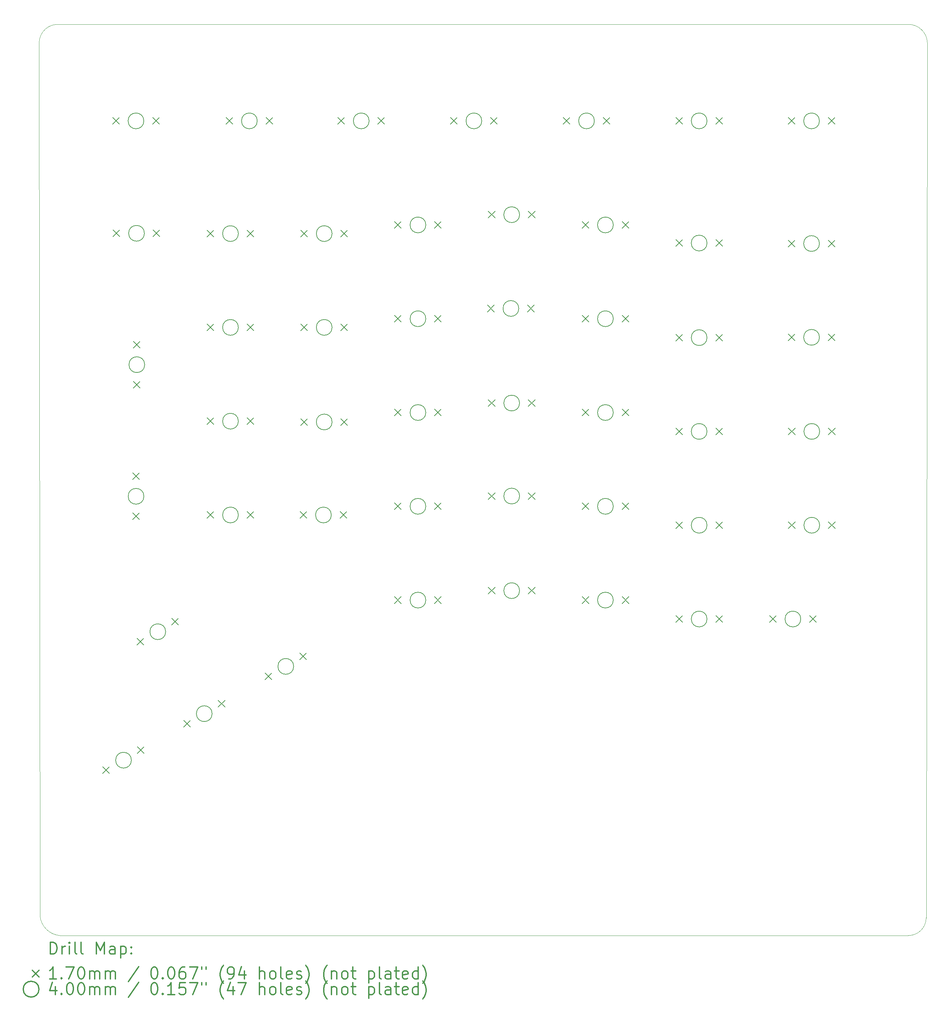
<source format=gbr>
%FSLAX45Y45*%
G04 Gerber Fmt 4.5, Leading zero omitted, Abs format (unit mm)*
G04 Created by KiCad (PCBNEW 5.1.6-c6e7f7d~87~ubuntu20.04.1) date 2020-09-12 13:47:01*
%MOMM*%
%LPD*%
G01*
G04 APERTURE LIST*
%TA.AperFunction,Profile*%
%ADD10C,0.100000*%
%TD*%
%ADD11C,0.200000*%
%ADD12C,0.300000*%
G04 APERTURE END LIST*
D10*
X25050000Y-25050000D02*
X25080000Y-2840000D01*
X25050000Y-25050000D02*
G75*
G02*
X24600000Y-25500000I-450000J0D01*
G01*
X3050000Y-25500000D02*
X24600000Y-25500000D01*
X3050000Y-25500000D02*
G75*
G02*
X2550000Y-25000000I50000J550000D01*
G01*
X2528301Y-2850000D02*
X2550000Y-25000000D01*
X2528301Y-2850000D02*
G75*
G02*
X3040000Y-2380000I471699J0D01*
G01*
X24600000Y-2379584D02*
X3040000Y-2380000D01*
X24600000Y-2379584D02*
G75*
G02*
X25080000Y-2840000I0J-480416D01*
G01*
D11*
X13933000Y-7123000D02*
X14103000Y-7293000D01*
X14103000Y-7123000D02*
X13933000Y-7293000D01*
X14949000Y-7123000D02*
X15119000Y-7293000D01*
X15119000Y-7123000D02*
X14949000Y-7293000D01*
X6793000Y-7603000D02*
X6963000Y-7773000D01*
X6963000Y-7603000D02*
X6793000Y-7773000D01*
X7809000Y-7603000D02*
X7979000Y-7773000D01*
X7979000Y-7603000D02*
X7809000Y-7773000D01*
X10113000Y-4743000D02*
X10283000Y-4913000D01*
X10283000Y-4743000D02*
X10113000Y-4913000D01*
X11129000Y-4743000D02*
X11299000Y-4913000D01*
X11299000Y-4743000D02*
X11129000Y-4913000D01*
X16313000Y-14523000D02*
X16483000Y-14693000D01*
X16483000Y-14523000D02*
X16313000Y-14693000D01*
X17329000Y-14523000D02*
X17499000Y-14693000D01*
X17499000Y-14523000D02*
X17329000Y-14693000D01*
X21553000Y-15003000D02*
X21723000Y-15173000D01*
X21723000Y-15003000D02*
X21553000Y-15173000D01*
X22569000Y-15003000D02*
X22739000Y-15173000D01*
X22739000Y-15003000D02*
X22569000Y-15173000D01*
X11553000Y-12143000D02*
X11723000Y-12313000D01*
X11723000Y-12143000D02*
X11553000Y-12313000D01*
X12569000Y-12143000D02*
X12739000Y-12313000D01*
X12739000Y-12143000D02*
X12569000Y-12313000D01*
X6195059Y-20039041D02*
X6365059Y-20209041D01*
X6365059Y-20039041D02*
X6195059Y-20209041D01*
X7074940Y-19531041D02*
X7244940Y-19701041D01*
X7244940Y-19531041D02*
X7074940Y-19701041D01*
X11553000Y-16903000D02*
X11723000Y-17073000D01*
X11723000Y-16903000D02*
X11553000Y-17073000D01*
X12569000Y-16903000D02*
X12739000Y-17073000D01*
X12739000Y-16903000D02*
X12569000Y-17073000D01*
X13933000Y-16663000D02*
X14103000Y-16833000D01*
X14103000Y-16663000D02*
X13933000Y-16833000D01*
X14949000Y-16663000D02*
X15119000Y-16833000D01*
X15119000Y-16663000D02*
X14949000Y-16833000D01*
X4407000Y-7595000D02*
X4577000Y-7765000D01*
X4577000Y-7595000D02*
X4407000Y-7765000D01*
X5423000Y-7595000D02*
X5593000Y-7765000D01*
X5593000Y-7595000D02*
X5423000Y-7765000D01*
X5015059Y-17959041D02*
X5185059Y-18129041D01*
X5185059Y-17959041D02*
X5015059Y-18129041D01*
X5894940Y-17451041D02*
X6064940Y-17621041D01*
X6064940Y-17451041D02*
X5894940Y-17621041D01*
X12973000Y-4743000D02*
X13143000Y-4913000D01*
X13143000Y-4743000D02*
X12973000Y-4913000D01*
X13989000Y-4743000D02*
X14159000Y-4913000D01*
X14159000Y-4743000D02*
X13989000Y-4913000D01*
X4393000Y-4743000D02*
X4563000Y-4913000D01*
X4563000Y-4743000D02*
X4393000Y-4913000D01*
X5409000Y-4743000D02*
X5579000Y-4913000D01*
X5579000Y-4743000D02*
X5409000Y-4913000D01*
X21553000Y-12623000D02*
X21723000Y-12793000D01*
X21723000Y-12623000D02*
X21553000Y-12793000D01*
X22569000Y-12623000D02*
X22739000Y-12793000D01*
X22739000Y-12623000D02*
X22569000Y-12793000D01*
X16313000Y-9763000D02*
X16483000Y-9933000D01*
X16483000Y-9763000D02*
X16313000Y-9933000D01*
X17329000Y-9763000D02*
X17499000Y-9933000D01*
X17499000Y-9763000D02*
X17329000Y-9933000D01*
X9173000Y-12383000D02*
X9343000Y-12553000D01*
X9343000Y-12383000D02*
X9173000Y-12553000D01*
X10189000Y-12383000D02*
X10359000Y-12553000D01*
X10359000Y-12383000D02*
X10189000Y-12553000D01*
X18693000Y-7843000D02*
X18863000Y-8013000D01*
X18863000Y-7843000D02*
X18693000Y-8013000D01*
X19709000Y-7843000D02*
X19879000Y-8013000D01*
X19879000Y-7843000D02*
X19709000Y-8013000D01*
X11553000Y-14523000D02*
X11723000Y-14693000D01*
X11723000Y-14523000D02*
X11553000Y-14693000D01*
X12569000Y-14523000D02*
X12739000Y-14693000D01*
X12739000Y-14523000D02*
X12569000Y-14693000D01*
X9173000Y-9983000D02*
X9343000Y-10153000D01*
X9343000Y-9983000D02*
X9173000Y-10153000D01*
X10189000Y-9983000D02*
X10359000Y-10153000D01*
X10359000Y-9983000D02*
X10189000Y-10153000D01*
X18693000Y-4743000D02*
X18863000Y-4913000D01*
X18863000Y-4743000D02*
X18693000Y-4913000D01*
X19709000Y-4743000D02*
X19879000Y-4913000D01*
X19879000Y-4743000D02*
X19709000Y-4913000D01*
X13933000Y-11903000D02*
X14103000Y-12073000D01*
X14103000Y-11903000D02*
X13933000Y-12073000D01*
X14949000Y-11903000D02*
X15119000Y-12073000D01*
X15119000Y-11903000D02*
X14949000Y-12073000D01*
X6793000Y-12363000D02*
X6963000Y-12533000D01*
X6963000Y-12363000D02*
X6793000Y-12533000D01*
X7809000Y-12363000D02*
X7979000Y-12533000D01*
X7979000Y-12363000D02*
X7809000Y-12533000D01*
X21547000Y-4743000D02*
X21717000Y-4913000D01*
X21717000Y-4743000D02*
X21547000Y-4913000D01*
X22563000Y-4743000D02*
X22733000Y-4913000D01*
X22733000Y-4743000D02*
X22563000Y-4913000D01*
X4145059Y-21219041D02*
X4315059Y-21389041D01*
X4315059Y-21219041D02*
X4145059Y-21389041D01*
X5024941Y-20711041D02*
X5194941Y-20881041D01*
X5194941Y-20711041D02*
X5024941Y-20881041D01*
X18693000Y-12623000D02*
X18863000Y-12793000D01*
X18863000Y-12623000D02*
X18693000Y-12793000D01*
X19709000Y-12623000D02*
X19879000Y-12793000D01*
X19879000Y-12623000D02*
X19709000Y-12793000D01*
X16313000Y-7383000D02*
X16483000Y-7553000D01*
X16483000Y-7383000D02*
X16313000Y-7553000D01*
X17329000Y-7383000D02*
X17499000Y-7553000D01*
X17499000Y-7383000D02*
X17329000Y-7553000D01*
X18693000Y-15003000D02*
X18863000Y-15173000D01*
X18863000Y-15003000D02*
X18693000Y-15173000D01*
X19709000Y-15003000D02*
X19879000Y-15173000D01*
X19879000Y-15003000D02*
X19709000Y-15173000D01*
X11553000Y-9763000D02*
X11723000Y-9933000D01*
X11723000Y-9763000D02*
X11553000Y-9933000D01*
X12569000Y-9763000D02*
X12739000Y-9933000D01*
X12739000Y-9763000D02*
X12569000Y-9933000D01*
X18693000Y-17383000D02*
X18863000Y-17553000D01*
X18863000Y-17383000D02*
X18693000Y-17553000D01*
X19709000Y-17383000D02*
X19879000Y-17553000D01*
X19879000Y-17383000D02*
X19709000Y-17553000D01*
X16313000Y-16903000D02*
X16483000Y-17073000D01*
X16483000Y-16903000D02*
X16313000Y-17073000D01*
X17329000Y-16903000D02*
X17499000Y-17073000D01*
X17499000Y-16903000D02*
X17329000Y-17073000D01*
X13933000Y-14263000D02*
X14103000Y-14433000D01*
X14103000Y-14263000D02*
X13933000Y-14433000D01*
X14949000Y-14263000D02*
X15119000Y-14433000D01*
X15119000Y-14263000D02*
X14949000Y-14433000D01*
X6793000Y-14743000D02*
X6963000Y-14913000D01*
X6963000Y-14743000D02*
X6793000Y-14913000D01*
X7809000Y-14743000D02*
X7979000Y-14913000D01*
X7979000Y-14743000D02*
X7809000Y-14913000D01*
X21073000Y-17383000D02*
X21243000Y-17553000D01*
X21243000Y-17383000D02*
X21073000Y-17553000D01*
X22089000Y-17383000D02*
X22259000Y-17553000D01*
X22259000Y-17383000D02*
X22089000Y-17553000D01*
X21547000Y-7855000D02*
X21717000Y-8025000D01*
X21717000Y-7855000D02*
X21547000Y-8025000D01*
X22563000Y-7855000D02*
X22733000Y-8025000D01*
X22733000Y-7855000D02*
X22563000Y-8025000D01*
X18693000Y-10243000D02*
X18863000Y-10413000D01*
X18863000Y-10243000D02*
X18693000Y-10413000D01*
X19709000Y-10243000D02*
X19879000Y-10413000D01*
X19879000Y-10243000D02*
X19709000Y-10413000D01*
X9173000Y-7603000D02*
X9343000Y-7773000D01*
X9343000Y-7603000D02*
X9173000Y-7773000D01*
X10189000Y-7603000D02*
X10359000Y-7773000D01*
X10359000Y-7603000D02*
X10189000Y-7773000D01*
X4903000Y-13761000D02*
X5073000Y-13931000D01*
X5073000Y-13761000D02*
X4903000Y-13931000D01*
X4903000Y-14777000D02*
X5073000Y-14947000D01*
X5073000Y-14777000D02*
X4903000Y-14947000D01*
X15833000Y-4743000D02*
X16003000Y-4913000D01*
X16003000Y-4743000D02*
X15833000Y-4913000D01*
X16849000Y-4743000D02*
X17019000Y-4913000D01*
X17019000Y-4743000D02*
X16849000Y-4913000D01*
X8265059Y-18839041D02*
X8435059Y-19009041D01*
X8435059Y-18839041D02*
X8265059Y-19009041D01*
X9144941Y-18331041D02*
X9314941Y-18501041D01*
X9314941Y-18331041D02*
X9144941Y-18501041D01*
X9153000Y-14743000D02*
X9323000Y-14913000D01*
X9323000Y-14743000D02*
X9153000Y-14913000D01*
X10169000Y-14743000D02*
X10339000Y-14913000D01*
X10339000Y-14743000D02*
X10169000Y-14913000D01*
X11553000Y-7383000D02*
X11723000Y-7553000D01*
X11723000Y-7383000D02*
X11553000Y-7553000D01*
X12569000Y-7383000D02*
X12739000Y-7553000D01*
X12739000Y-7383000D02*
X12569000Y-7553000D01*
X16313000Y-12143000D02*
X16483000Y-12313000D01*
X16483000Y-12143000D02*
X16313000Y-12313000D01*
X17329000Y-12143000D02*
X17499000Y-12313000D01*
X17499000Y-12143000D02*
X17329000Y-12313000D01*
X21547000Y-10235000D02*
X21717000Y-10405000D01*
X21717000Y-10235000D02*
X21547000Y-10405000D01*
X22563000Y-10235000D02*
X22733000Y-10405000D01*
X22733000Y-10235000D02*
X22563000Y-10405000D01*
X13913000Y-9503000D02*
X14083000Y-9673000D01*
X14083000Y-9503000D02*
X13913000Y-9673000D01*
X14929000Y-9503000D02*
X15099000Y-9673000D01*
X15099000Y-9503000D02*
X14929000Y-9673000D01*
X6793000Y-9983000D02*
X6963000Y-10153000D01*
X6963000Y-9983000D02*
X6793000Y-10153000D01*
X7809000Y-9983000D02*
X7979000Y-10153000D01*
X7979000Y-9983000D02*
X7809000Y-10153000D01*
X7273000Y-4743000D02*
X7443000Y-4913000D01*
X7443000Y-4743000D02*
X7273000Y-4913000D01*
X8289000Y-4743000D02*
X8459000Y-4913000D01*
X8459000Y-4743000D02*
X8289000Y-4913000D01*
X4923000Y-10421000D02*
X5093000Y-10591000D01*
X5093000Y-10421000D02*
X4923000Y-10591000D01*
X4923000Y-11437000D02*
X5093000Y-11607000D01*
X5093000Y-11437000D02*
X4923000Y-11607000D01*
X9946000Y-14828000D02*
G75*
G03*
X9946000Y-14828000I-200000J0D01*
G01*
X12346000Y-7468000D02*
G75*
G03*
X12346000Y-7468000I-200000J0D01*
G01*
X17106000Y-12228000D02*
G75*
G03*
X17106000Y-12228000I-200000J0D01*
G01*
X22340000Y-10320000D02*
G75*
G03*
X22340000Y-10320000I-200000J0D01*
G01*
X14706000Y-9588000D02*
G75*
G03*
X14706000Y-9588000I-200000J0D01*
G01*
X7586000Y-10068000D02*
G75*
G03*
X7586000Y-10068000I-200000J0D01*
G01*
X8066000Y-4828000D02*
G75*
G03*
X8066000Y-4828000I-200000J0D01*
G01*
X5208000Y-11014000D02*
G75*
G03*
X5208000Y-11014000I-200000J0D01*
G01*
X14726000Y-7208000D02*
G75*
G03*
X14726000Y-7208000I-200000J0D01*
G01*
X7586000Y-7688000D02*
G75*
G03*
X7586000Y-7688000I-200000J0D01*
G01*
X10906000Y-4828000D02*
G75*
G03*
X10906000Y-4828000I-200000J0D01*
G01*
X17106000Y-14608000D02*
G75*
G03*
X17106000Y-14608000I-200000J0D01*
G01*
X22346000Y-15088000D02*
G75*
G03*
X22346000Y-15088000I-200000J0D01*
G01*
X12346000Y-12228000D02*
G75*
G03*
X12346000Y-12228000I-200000J0D01*
G01*
X6919999Y-19870041D02*
G75*
G03*
X6919999Y-19870041I-200000J0D01*
G01*
X12346000Y-16988000D02*
G75*
G03*
X12346000Y-16988000I-200000J0D01*
G01*
X14726000Y-16748000D02*
G75*
G03*
X14726000Y-16748000I-200000J0D01*
G01*
X5200000Y-7680000D02*
G75*
G03*
X5200000Y-7680000I-200000J0D01*
G01*
X5739999Y-17790041D02*
G75*
G03*
X5739999Y-17790041I-200000J0D01*
G01*
X13766000Y-4828000D02*
G75*
G03*
X13766000Y-4828000I-200000J0D01*
G01*
X5186000Y-4828000D02*
G75*
G03*
X5186000Y-4828000I-200000J0D01*
G01*
X22346000Y-12708000D02*
G75*
G03*
X22346000Y-12708000I-200000J0D01*
G01*
X17106000Y-9848000D02*
G75*
G03*
X17106000Y-9848000I-200000J0D01*
G01*
X9966000Y-12468000D02*
G75*
G03*
X9966000Y-12468000I-200000J0D01*
G01*
X19486000Y-7928000D02*
G75*
G03*
X19486000Y-7928000I-200000J0D01*
G01*
X12346000Y-14608000D02*
G75*
G03*
X12346000Y-14608000I-200000J0D01*
G01*
X9966000Y-10068000D02*
G75*
G03*
X9966000Y-10068000I-200000J0D01*
G01*
X19486000Y-4828000D02*
G75*
G03*
X19486000Y-4828000I-200000J0D01*
G01*
X14726000Y-11988000D02*
G75*
G03*
X14726000Y-11988000I-200000J0D01*
G01*
X7586000Y-12448000D02*
G75*
G03*
X7586000Y-12448000I-200000J0D01*
G01*
X22340000Y-4828000D02*
G75*
G03*
X22340000Y-4828000I-200000J0D01*
G01*
X4870000Y-21050041D02*
G75*
G03*
X4870000Y-21050041I-200000J0D01*
G01*
X19486000Y-12708000D02*
G75*
G03*
X19486000Y-12708000I-200000J0D01*
G01*
X17106000Y-7468000D02*
G75*
G03*
X17106000Y-7468000I-200000J0D01*
G01*
X19486000Y-15088000D02*
G75*
G03*
X19486000Y-15088000I-200000J0D01*
G01*
X12346000Y-9848000D02*
G75*
G03*
X12346000Y-9848000I-200000J0D01*
G01*
X19486000Y-17468000D02*
G75*
G03*
X19486000Y-17468000I-200000J0D01*
G01*
X17106000Y-16988000D02*
G75*
G03*
X17106000Y-16988000I-200000J0D01*
G01*
X14726000Y-14348000D02*
G75*
G03*
X14726000Y-14348000I-200000J0D01*
G01*
X7586000Y-14828000D02*
G75*
G03*
X7586000Y-14828000I-200000J0D01*
G01*
X21866000Y-17468000D02*
G75*
G03*
X21866000Y-17468000I-200000J0D01*
G01*
X22340000Y-7940000D02*
G75*
G03*
X22340000Y-7940000I-200000J0D01*
G01*
X19486000Y-10328000D02*
G75*
G03*
X19486000Y-10328000I-200000J0D01*
G01*
X9966000Y-7688000D02*
G75*
G03*
X9966000Y-7688000I-200000J0D01*
G01*
X5188000Y-14354000D02*
G75*
G03*
X5188000Y-14354000I-200000J0D01*
G01*
X16626000Y-4828000D02*
G75*
G03*
X16626000Y-4828000I-200000J0D01*
G01*
X8990000Y-18670041D02*
G75*
G03*
X8990000Y-18670041I-200000J0D01*
G01*
D12*
X2809729Y-25970714D02*
X2809729Y-25670714D01*
X2881158Y-25670714D01*
X2924015Y-25685000D01*
X2952587Y-25713571D01*
X2966872Y-25742143D01*
X2981158Y-25799286D01*
X2981158Y-25842143D01*
X2966872Y-25899286D01*
X2952587Y-25927857D01*
X2924015Y-25956429D01*
X2881158Y-25970714D01*
X2809729Y-25970714D01*
X3109729Y-25970714D02*
X3109729Y-25770714D01*
X3109729Y-25827857D02*
X3124015Y-25799286D01*
X3138301Y-25785000D01*
X3166872Y-25770714D01*
X3195444Y-25770714D01*
X3295444Y-25970714D02*
X3295444Y-25770714D01*
X3295444Y-25670714D02*
X3281158Y-25685000D01*
X3295444Y-25699286D01*
X3309729Y-25685000D01*
X3295444Y-25670714D01*
X3295444Y-25699286D01*
X3481158Y-25970714D02*
X3452587Y-25956429D01*
X3438301Y-25927857D01*
X3438301Y-25670714D01*
X3638301Y-25970714D02*
X3609729Y-25956429D01*
X3595444Y-25927857D01*
X3595444Y-25670714D01*
X3981158Y-25970714D02*
X3981158Y-25670714D01*
X4081158Y-25885000D01*
X4181158Y-25670714D01*
X4181158Y-25970714D01*
X4452587Y-25970714D02*
X4452587Y-25813571D01*
X4438301Y-25785000D01*
X4409730Y-25770714D01*
X4352587Y-25770714D01*
X4324015Y-25785000D01*
X4452587Y-25956429D02*
X4424015Y-25970714D01*
X4352587Y-25970714D01*
X4324015Y-25956429D01*
X4309730Y-25927857D01*
X4309730Y-25899286D01*
X4324015Y-25870714D01*
X4352587Y-25856429D01*
X4424015Y-25856429D01*
X4452587Y-25842143D01*
X4595444Y-25770714D02*
X4595444Y-26070714D01*
X4595444Y-25785000D02*
X4624015Y-25770714D01*
X4681158Y-25770714D01*
X4709730Y-25785000D01*
X4724015Y-25799286D01*
X4738301Y-25827857D01*
X4738301Y-25913571D01*
X4724015Y-25942143D01*
X4709730Y-25956429D01*
X4681158Y-25970714D01*
X4624015Y-25970714D01*
X4595444Y-25956429D01*
X4866872Y-25942143D02*
X4881158Y-25956429D01*
X4866872Y-25970714D01*
X4852587Y-25956429D01*
X4866872Y-25942143D01*
X4866872Y-25970714D01*
X4866872Y-25785000D02*
X4881158Y-25799286D01*
X4866872Y-25813571D01*
X4852587Y-25799286D01*
X4866872Y-25785000D01*
X4866872Y-25813571D01*
X2353301Y-26380000D02*
X2523301Y-26550000D01*
X2523301Y-26380000D02*
X2353301Y-26550000D01*
X2966872Y-26600714D02*
X2795444Y-26600714D01*
X2881158Y-26600714D02*
X2881158Y-26300714D01*
X2852587Y-26343571D01*
X2824015Y-26372143D01*
X2795444Y-26386429D01*
X3095444Y-26572143D02*
X3109729Y-26586429D01*
X3095444Y-26600714D01*
X3081158Y-26586429D01*
X3095444Y-26572143D01*
X3095444Y-26600714D01*
X3209729Y-26300714D02*
X3409729Y-26300714D01*
X3281158Y-26600714D01*
X3581158Y-26300714D02*
X3609729Y-26300714D01*
X3638301Y-26315000D01*
X3652587Y-26329286D01*
X3666872Y-26357857D01*
X3681158Y-26415000D01*
X3681158Y-26486429D01*
X3666872Y-26543571D01*
X3652587Y-26572143D01*
X3638301Y-26586429D01*
X3609729Y-26600714D01*
X3581158Y-26600714D01*
X3552587Y-26586429D01*
X3538301Y-26572143D01*
X3524015Y-26543571D01*
X3509729Y-26486429D01*
X3509729Y-26415000D01*
X3524015Y-26357857D01*
X3538301Y-26329286D01*
X3552587Y-26315000D01*
X3581158Y-26300714D01*
X3809729Y-26600714D02*
X3809729Y-26400714D01*
X3809729Y-26429286D02*
X3824015Y-26415000D01*
X3852587Y-26400714D01*
X3895444Y-26400714D01*
X3924015Y-26415000D01*
X3938301Y-26443571D01*
X3938301Y-26600714D01*
X3938301Y-26443571D02*
X3952587Y-26415000D01*
X3981158Y-26400714D01*
X4024015Y-26400714D01*
X4052587Y-26415000D01*
X4066872Y-26443571D01*
X4066872Y-26600714D01*
X4209730Y-26600714D02*
X4209730Y-26400714D01*
X4209730Y-26429286D02*
X4224015Y-26415000D01*
X4252587Y-26400714D01*
X4295444Y-26400714D01*
X4324015Y-26415000D01*
X4338301Y-26443571D01*
X4338301Y-26600714D01*
X4338301Y-26443571D02*
X4352587Y-26415000D01*
X4381158Y-26400714D01*
X4424015Y-26400714D01*
X4452587Y-26415000D01*
X4466872Y-26443571D01*
X4466872Y-26600714D01*
X5052587Y-26286429D02*
X4795444Y-26672143D01*
X5438301Y-26300714D02*
X5466872Y-26300714D01*
X5495444Y-26315000D01*
X5509730Y-26329286D01*
X5524015Y-26357857D01*
X5538301Y-26415000D01*
X5538301Y-26486429D01*
X5524015Y-26543571D01*
X5509730Y-26572143D01*
X5495444Y-26586429D01*
X5466872Y-26600714D01*
X5438301Y-26600714D01*
X5409730Y-26586429D01*
X5395444Y-26572143D01*
X5381158Y-26543571D01*
X5366872Y-26486429D01*
X5366872Y-26415000D01*
X5381158Y-26357857D01*
X5395444Y-26329286D01*
X5409730Y-26315000D01*
X5438301Y-26300714D01*
X5666872Y-26572143D02*
X5681158Y-26586429D01*
X5666872Y-26600714D01*
X5652587Y-26586429D01*
X5666872Y-26572143D01*
X5666872Y-26600714D01*
X5866872Y-26300714D02*
X5895444Y-26300714D01*
X5924015Y-26315000D01*
X5938301Y-26329286D01*
X5952587Y-26357857D01*
X5966872Y-26415000D01*
X5966872Y-26486429D01*
X5952587Y-26543571D01*
X5938301Y-26572143D01*
X5924015Y-26586429D01*
X5895444Y-26600714D01*
X5866872Y-26600714D01*
X5838301Y-26586429D01*
X5824015Y-26572143D01*
X5809729Y-26543571D01*
X5795444Y-26486429D01*
X5795444Y-26415000D01*
X5809729Y-26357857D01*
X5824015Y-26329286D01*
X5838301Y-26315000D01*
X5866872Y-26300714D01*
X6224015Y-26300714D02*
X6166872Y-26300714D01*
X6138301Y-26315000D01*
X6124015Y-26329286D01*
X6095444Y-26372143D01*
X6081158Y-26429286D01*
X6081158Y-26543571D01*
X6095444Y-26572143D01*
X6109729Y-26586429D01*
X6138301Y-26600714D01*
X6195444Y-26600714D01*
X6224015Y-26586429D01*
X6238301Y-26572143D01*
X6252587Y-26543571D01*
X6252587Y-26472143D01*
X6238301Y-26443571D01*
X6224015Y-26429286D01*
X6195444Y-26415000D01*
X6138301Y-26415000D01*
X6109729Y-26429286D01*
X6095444Y-26443571D01*
X6081158Y-26472143D01*
X6352587Y-26300714D02*
X6552587Y-26300714D01*
X6424015Y-26600714D01*
X6652587Y-26300714D02*
X6652587Y-26357857D01*
X6766872Y-26300714D02*
X6766872Y-26357857D01*
X7209729Y-26715000D02*
X7195444Y-26700714D01*
X7166872Y-26657857D01*
X7152587Y-26629286D01*
X7138301Y-26586429D01*
X7124015Y-26515000D01*
X7124015Y-26457857D01*
X7138301Y-26386429D01*
X7152587Y-26343571D01*
X7166872Y-26315000D01*
X7195444Y-26272143D01*
X7209729Y-26257857D01*
X7338301Y-26600714D02*
X7395444Y-26600714D01*
X7424015Y-26586429D01*
X7438301Y-26572143D01*
X7466872Y-26529286D01*
X7481158Y-26472143D01*
X7481158Y-26357857D01*
X7466872Y-26329286D01*
X7452587Y-26315000D01*
X7424015Y-26300714D01*
X7366872Y-26300714D01*
X7338301Y-26315000D01*
X7324015Y-26329286D01*
X7309729Y-26357857D01*
X7309729Y-26429286D01*
X7324015Y-26457857D01*
X7338301Y-26472143D01*
X7366872Y-26486429D01*
X7424015Y-26486429D01*
X7452587Y-26472143D01*
X7466872Y-26457857D01*
X7481158Y-26429286D01*
X7738301Y-26400714D02*
X7738301Y-26600714D01*
X7666872Y-26286429D02*
X7595444Y-26500714D01*
X7781158Y-26500714D01*
X8124015Y-26600714D02*
X8124015Y-26300714D01*
X8252587Y-26600714D02*
X8252587Y-26443571D01*
X8238301Y-26415000D01*
X8209729Y-26400714D01*
X8166872Y-26400714D01*
X8138301Y-26415000D01*
X8124015Y-26429286D01*
X8438301Y-26600714D02*
X8409730Y-26586429D01*
X8395444Y-26572143D01*
X8381158Y-26543571D01*
X8381158Y-26457857D01*
X8395444Y-26429286D01*
X8409730Y-26415000D01*
X8438301Y-26400714D01*
X8481158Y-26400714D01*
X8509730Y-26415000D01*
X8524015Y-26429286D01*
X8538301Y-26457857D01*
X8538301Y-26543571D01*
X8524015Y-26572143D01*
X8509730Y-26586429D01*
X8481158Y-26600714D01*
X8438301Y-26600714D01*
X8709730Y-26600714D02*
X8681158Y-26586429D01*
X8666872Y-26557857D01*
X8666872Y-26300714D01*
X8938301Y-26586429D02*
X8909730Y-26600714D01*
X8852587Y-26600714D01*
X8824015Y-26586429D01*
X8809730Y-26557857D01*
X8809730Y-26443571D01*
X8824015Y-26415000D01*
X8852587Y-26400714D01*
X8909730Y-26400714D01*
X8938301Y-26415000D01*
X8952587Y-26443571D01*
X8952587Y-26472143D01*
X8809730Y-26500714D01*
X9066872Y-26586429D02*
X9095444Y-26600714D01*
X9152587Y-26600714D01*
X9181158Y-26586429D01*
X9195444Y-26557857D01*
X9195444Y-26543571D01*
X9181158Y-26515000D01*
X9152587Y-26500714D01*
X9109730Y-26500714D01*
X9081158Y-26486429D01*
X9066872Y-26457857D01*
X9066872Y-26443571D01*
X9081158Y-26415000D01*
X9109730Y-26400714D01*
X9152587Y-26400714D01*
X9181158Y-26415000D01*
X9295444Y-26715000D02*
X9309730Y-26700714D01*
X9338301Y-26657857D01*
X9352587Y-26629286D01*
X9366872Y-26586429D01*
X9381158Y-26515000D01*
X9381158Y-26457857D01*
X9366872Y-26386429D01*
X9352587Y-26343571D01*
X9338301Y-26315000D01*
X9309730Y-26272143D01*
X9295444Y-26257857D01*
X9838301Y-26715000D02*
X9824015Y-26700714D01*
X9795444Y-26657857D01*
X9781158Y-26629286D01*
X9766872Y-26586429D01*
X9752587Y-26515000D01*
X9752587Y-26457857D01*
X9766872Y-26386429D01*
X9781158Y-26343571D01*
X9795444Y-26315000D01*
X9824015Y-26272143D01*
X9838301Y-26257857D01*
X9952587Y-26400714D02*
X9952587Y-26600714D01*
X9952587Y-26429286D02*
X9966872Y-26415000D01*
X9995444Y-26400714D01*
X10038301Y-26400714D01*
X10066872Y-26415000D01*
X10081158Y-26443571D01*
X10081158Y-26600714D01*
X10266872Y-26600714D02*
X10238301Y-26586429D01*
X10224015Y-26572143D01*
X10209730Y-26543571D01*
X10209730Y-26457857D01*
X10224015Y-26429286D01*
X10238301Y-26415000D01*
X10266872Y-26400714D01*
X10309730Y-26400714D01*
X10338301Y-26415000D01*
X10352587Y-26429286D01*
X10366872Y-26457857D01*
X10366872Y-26543571D01*
X10352587Y-26572143D01*
X10338301Y-26586429D01*
X10309730Y-26600714D01*
X10266872Y-26600714D01*
X10452587Y-26400714D02*
X10566872Y-26400714D01*
X10495444Y-26300714D02*
X10495444Y-26557857D01*
X10509730Y-26586429D01*
X10538301Y-26600714D01*
X10566872Y-26600714D01*
X10895444Y-26400714D02*
X10895444Y-26700714D01*
X10895444Y-26415000D02*
X10924015Y-26400714D01*
X10981158Y-26400714D01*
X11009730Y-26415000D01*
X11024015Y-26429286D01*
X11038301Y-26457857D01*
X11038301Y-26543571D01*
X11024015Y-26572143D01*
X11009730Y-26586429D01*
X10981158Y-26600714D01*
X10924015Y-26600714D01*
X10895444Y-26586429D01*
X11209729Y-26600714D02*
X11181158Y-26586429D01*
X11166872Y-26557857D01*
X11166872Y-26300714D01*
X11452587Y-26600714D02*
X11452587Y-26443571D01*
X11438301Y-26415000D01*
X11409729Y-26400714D01*
X11352587Y-26400714D01*
X11324015Y-26415000D01*
X11452587Y-26586429D02*
X11424015Y-26600714D01*
X11352587Y-26600714D01*
X11324015Y-26586429D01*
X11309729Y-26557857D01*
X11309729Y-26529286D01*
X11324015Y-26500714D01*
X11352587Y-26486429D01*
X11424015Y-26486429D01*
X11452587Y-26472143D01*
X11552587Y-26400714D02*
X11666872Y-26400714D01*
X11595444Y-26300714D02*
X11595444Y-26557857D01*
X11609729Y-26586429D01*
X11638301Y-26600714D01*
X11666872Y-26600714D01*
X11881158Y-26586429D02*
X11852587Y-26600714D01*
X11795444Y-26600714D01*
X11766872Y-26586429D01*
X11752587Y-26557857D01*
X11752587Y-26443571D01*
X11766872Y-26415000D01*
X11795444Y-26400714D01*
X11852587Y-26400714D01*
X11881158Y-26415000D01*
X11895444Y-26443571D01*
X11895444Y-26472143D01*
X11752587Y-26500714D01*
X12152587Y-26600714D02*
X12152587Y-26300714D01*
X12152587Y-26586429D02*
X12124015Y-26600714D01*
X12066872Y-26600714D01*
X12038301Y-26586429D01*
X12024015Y-26572143D01*
X12009729Y-26543571D01*
X12009729Y-26457857D01*
X12024015Y-26429286D01*
X12038301Y-26415000D01*
X12066872Y-26400714D01*
X12124015Y-26400714D01*
X12152587Y-26415000D01*
X12266872Y-26715000D02*
X12281158Y-26700714D01*
X12309729Y-26657857D01*
X12324015Y-26629286D01*
X12338301Y-26586429D01*
X12352587Y-26515000D01*
X12352587Y-26457857D01*
X12338301Y-26386429D01*
X12324015Y-26343571D01*
X12309729Y-26315000D01*
X12281158Y-26272143D01*
X12266872Y-26257857D01*
X2523301Y-26861000D02*
G75*
G03*
X2523301Y-26861000I-200000J0D01*
G01*
X2938301Y-26796714D02*
X2938301Y-26996714D01*
X2866872Y-26682429D02*
X2795444Y-26896714D01*
X2981158Y-26896714D01*
X3095444Y-26968143D02*
X3109729Y-26982429D01*
X3095444Y-26996714D01*
X3081158Y-26982429D01*
X3095444Y-26968143D01*
X3095444Y-26996714D01*
X3295444Y-26696714D02*
X3324015Y-26696714D01*
X3352587Y-26711000D01*
X3366872Y-26725286D01*
X3381158Y-26753857D01*
X3395444Y-26811000D01*
X3395444Y-26882429D01*
X3381158Y-26939571D01*
X3366872Y-26968143D01*
X3352587Y-26982429D01*
X3324015Y-26996714D01*
X3295444Y-26996714D01*
X3266872Y-26982429D01*
X3252587Y-26968143D01*
X3238301Y-26939571D01*
X3224015Y-26882429D01*
X3224015Y-26811000D01*
X3238301Y-26753857D01*
X3252587Y-26725286D01*
X3266872Y-26711000D01*
X3295444Y-26696714D01*
X3581158Y-26696714D02*
X3609729Y-26696714D01*
X3638301Y-26711000D01*
X3652587Y-26725286D01*
X3666872Y-26753857D01*
X3681158Y-26811000D01*
X3681158Y-26882429D01*
X3666872Y-26939571D01*
X3652587Y-26968143D01*
X3638301Y-26982429D01*
X3609729Y-26996714D01*
X3581158Y-26996714D01*
X3552587Y-26982429D01*
X3538301Y-26968143D01*
X3524015Y-26939571D01*
X3509729Y-26882429D01*
X3509729Y-26811000D01*
X3524015Y-26753857D01*
X3538301Y-26725286D01*
X3552587Y-26711000D01*
X3581158Y-26696714D01*
X3809729Y-26996714D02*
X3809729Y-26796714D01*
X3809729Y-26825286D02*
X3824015Y-26811000D01*
X3852587Y-26796714D01*
X3895444Y-26796714D01*
X3924015Y-26811000D01*
X3938301Y-26839571D01*
X3938301Y-26996714D01*
X3938301Y-26839571D02*
X3952587Y-26811000D01*
X3981158Y-26796714D01*
X4024015Y-26796714D01*
X4052587Y-26811000D01*
X4066872Y-26839571D01*
X4066872Y-26996714D01*
X4209730Y-26996714D02*
X4209730Y-26796714D01*
X4209730Y-26825286D02*
X4224015Y-26811000D01*
X4252587Y-26796714D01*
X4295444Y-26796714D01*
X4324015Y-26811000D01*
X4338301Y-26839571D01*
X4338301Y-26996714D01*
X4338301Y-26839571D02*
X4352587Y-26811000D01*
X4381158Y-26796714D01*
X4424015Y-26796714D01*
X4452587Y-26811000D01*
X4466872Y-26839571D01*
X4466872Y-26996714D01*
X5052587Y-26682429D02*
X4795444Y-27068143D01*
X5438301Y-26696714D02*
X5466872Y-26696714D01*
X5495444Y-26711000D01*
X5509730Y-26725286D01*
X5524015Y-26753857D01*
X5538301Y-26811000D01*
X5538301Y-26882429D01*
X5524015Y-26939571D01*
X5509730Y-26968143D01*
X5495444Y-26982429D01*
X5466872Y-26996714D01*
X5438301Y-26996714D01*
X5409730Y-26982429D01*
X5395444Y-26968143D01*
X5381158Y-26939571D01*
X5366872Y-26882429D01*
X5366872Y-26811000D01*
X5381158Y-26753857D01*
X5395444Y-26725286D01*
X5409730Y-26711000D01*
X5438301Y-26696714D01*
X5666872Y-26968143D02*
X5681158Y-26982429D01*
X5666872Y-26996714D01*
X5652587Y-26982429D01*
X5666872Y-26968143D01*
X5666872Y-26996714D01*
X5966872Y-26996714D02*
X5795444Y-26996714D01*
X5881158Y-26996714D02*
X5881158Y-26696714D01*
X5852587Y-26739571D01*
X5824015Y-26768143D01*
X5795444Y-26782429D01*
X6238301Y-26696714D02*
X6095444Y-26696714D01*
X6081158Y-26839571D01*
X6095444Y-26825286D01*
X6124015Y-26811000D01*
X6195444Y-26811000D01*
X6224015Y-26825286D01*
X6238301Y-26839571D01*
X6252587Y-26868143D01*
X6252587Y-26939571D01*
X6238301Y-26968143D01*
X6224015Y-26982429D01*
X6195444Y-26996714D01*
X6124015Y-26996714D01*
X6095444Y-26982429D01*
X6081158Y-26968143D01*
X6352587Y-26696714D02*
X6552587Y-26696714D01*
X6424015Y-26996714D01*
X6652587Y-26696714D02*
X6652587Y-26753857D01*
X6766872Y-26696714D02*
X6766872Y-26753857D01*
X7209729Y-27111000D02*
X7195444Y-27096714D01*
X7166872Y-27053857D01*
X7152587Y-27025286D01*
X7138301Y-26982429D01*
X7124015Y-26911000D01*
X7124015Y-26853857D01*
X7138301Y-26782429D01*
X7152587Y-26739571D01*
X7166872Y-26711000D01*
X7195444Y-26668143D01*
X7209729Y-26653857D01*
X7452587Y-26796714D02*
X7452587Y-26996714D01*
X7381158Y-26682429D02*
X7309729Y-26896714D01*
X7495444Y-26896714D01*
X7581158Y-26696714D02*
X7781158Y-26696714D01*
X7652587Y-26996714D01*
X8124015Y-26996714D02*
X8124015Y-26696714D01*
X8252587Y-26996714D02*
X8252587Y-26839571D01*
X8238301Y-26811000D01*
X8209729Y-26796714D01*
X8166872Y-26796714D01*
X8138301Y-26811000D01*
X8124015Y-26825286D01*
X8438301Y-26996714D02*
X8409730Y-26982429D01*
X8395444Y-26968143D01*
X8381158Y-26939571D01*
X8381158Y-26853857D01*
X8395444Y-26825286D01*
X8409730Y-26811000D01*
X8438301Y-26796714D01*
X8481158Y-26796714D01*
X8509730Y-26811000D01*
X8524015Y-26825286D01*
X8538301Y-26853857D01*
X8538301Y-26939571D01*
X8524015Y-26968143D01*
X8509730Y-26982429D01*
X8481158Y-26996714D01*
X8438301Y-26996714D01*
X8709730Y-26996714D02*
X8681158Y-26982429D01*
X8666872Y-26953857D01*
X8666872Y-26696714D01*
X8938301Y-26982429D02*
X8909730Y-26996714D01*
X8852587Y-26996714D01*
X8824015Y-26982429D01*
X8809730Y-26953857D01*
X8809730Y-26839571D01*
X8824015Y-26811000D01*
X8852587Y-26796714D01*
X8909730Y-26796714D01*
X8938301Y-26811000D01*
X8952587Y-26839571D01*
X8952587Y-26868143D01*
X8809730Y-26896714D01*
X9066872Y-26982429D02*
X9095444Y-26996714D01*
X9152587Y-26996714D01*
X9181158Y-26982429D01*
X9195444Y-26953857D01*
X9195444Y-26939571D01*
X9181158Y-26911000D01*
X9152587Y-26896714D01*
X9109730Y-26896714D01*
X9081158Y-26882429D01*
X9066872Y-26853857D01*
X9066872Y-26839571D01*
X9081158Y-26811000D01*
X9109730Y-26796714D01*
X9152587Y-26796714D01*
X9181158Y-26811000D01*
X9295444Y-27111000D02*
X9309730Y-27096714D01*
X9338301Y-27053857D01*
X9352587Y-27025286D01*
X9366872Y-26982429D01*
X9381158Y-26911000D01*
X9381158Y-26853857D01*
X9366872Y-26782429D01*
X9352587Y-26739571D01*
X9338301Y-26711000D01*
X9309730Y-26668143D01*
X9295444Y-26653857D01*
X9838301Y-27111000D02*
X9824015Y-27096714D01*
X9795444Y-27053857D01*
X9781158Y-27025286D01*
X9766872Y-26982429D01*
X9752587Y-26911000D01*
X9752587Y-26853857D01*
X9766872Y-26782429D01*
X9781158Y-26739571D01*
X9795444Y-26711000D01*
X9824015Y-26668143D01*
X9838301Y-26653857D01*
X9952587Y-26796714D02*
X9952587Y-26996714D01*
X9952587Y-26825286D02*
X9966872Y-26811000D01*
X9995444Y-26796714D01*
X10038301Y-26796714D01*
X10066872Y-26811000D01*
X10081158Y-26839571D01*
X10081158Y-26996714D01*
X10266872Y-26996714D02*
X10238301Y-26982429D01*
X10224015Y-26968143D01*
X10209730Y-26939571D01*
X10209730Y-26853857D01*
X10224015Y-26825286D01*
X10238301Y-26811000D01*
X10266872Y-26796714D01*
X10309730Y-26796714D01*
X10338301Y-26811000D01*
X10352587Y-26825286D01*
X10366872Y-26853857D01*
X10366872Y-26939571D01*
X10352587Y-26968143D01*
X10338301Y-26982429D01*
X10309730Y-26996714D01*
X10266872Y-26996714D01*
X10452587Y-26796714D02*
X10566872Y-26796714D01*
X10495444Y-26696714D02*
X10495444Y-26953857D01*
X10509730Y-26982429D01*
X10538301Y-26996714D01*
X10566872Y-26996714D01*
X10895444Y-26796714D02*
X10895444Y-27096714D01*
X10895444Y-26811000D02*
X10924015Y-26796714D01*
X10981158Y-26796714D01*
X11009730Y-26811000D01*
X11024015Y-26825286D01*
X11038301Y-26853857D01*
X11038301Y-26939571D01*
X11024015Y-26968143D01*
X11009730Y-26982429D01*
X10981158Y-26996714D01*
X10924015Y-26996714D01*
X10895444Y-26982429D01*
X11209729Y-26996714D02*
X11181158Y-26982429D01*
X11166872Y-26953857D01*
X11166872Y-26696714D01*
X11452587Y-26996714D02*
X11452587Y-26839571D01*
X11438301Y-26811000D01*
X11409729Y-26796714D01*
X11352587Y-26796714D01*
X11324015Y-26811000D01*
X11452587Y-26982429D02*
X11424015Y-26996714D01*
X11352587Y-26996714D01*
X11324015Y-26982429D01*
X11309729Y-26953857D01*
X11309729Y-26925286D01*
X11324015Y-26896714D01*
X11352587Y-26882429D01*
X11424015Y-26882429D01*
X11452587Y-26868143D01*
X11552587Y-26796714D02*
X11666872Y-26796714D01*
X11595444Y-26696714D02*
X11595444Y-26953857D01*
X11609729Y-26982429D01*
X11638301Y-26996714D01*
X11666872Y-26996714D01*
X11881158Y-26982429D02*
X11852587Y-26996714D01*
X11795444Y-26996714D01*
X11766872Y-26982429D01*
X11752587Y-26953857D01*
X11752587Y-26839571D01*
X11766872Y-26811000D01*
X11795444Y-26796714D01*
X11852587Y-26796714D01*
X11881158Y-26811000D01*
X11895444Y-26839571D01*
X11895444Y-26868143D01*
X11752587Y-26896714D01*
X12152587Y-26996714D02*
X12152587Y-26696714D01*
X12152587Y-26982429D02*
X12124015Y-26996714D01*
X12066872Y-26996714D01*
X12038301Y-26982429D01*
X12024015Y-26968143D01*
X12009729Y-26939571D01*
X12009729Y-26853857D01*
X12024015Y-26825286D01*
X12038301Y-26811000D01*
X12066872Y-26796714D01*
X12124015Y-26796714D01*
X12152587Y-26811000D01*
X12266872Y-27111000D02*
X12281158Y-27096714D01*
X12309729Y-27053857D01*
X12324015Y-27025286D01*
X12338301Y-26982429D01*
X12352587Y-26911000D01*
X12352587Y-26853857D01*
X12338301Y-26782429D01*
X12324015Y-26739571D01*
X12309729Y-26711000D01*
X12281158Y-26668143D01*
X12266872Y-26653857D01*
M02*

</source>
